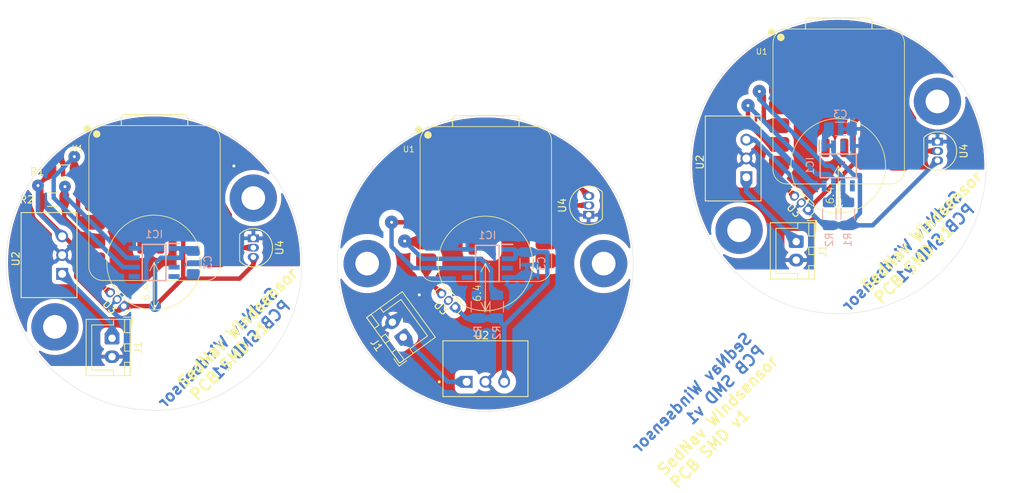
<source format=kicad_pcb>
(kicad_pcb (version 20241229) (generator "pcbnew") (generator_version "9.0")
  (layers (0 "F.Cu" signal) (2 "B.Cu" signal) (13 "F.Paste" user) (15 "B.Paste" user) (5 "F.SilkS" user "F.Silkscreen") (7 "B.SilkS" user "B.Silkscreen") (1 "F.Mask" user) (3 "B.Mask" user) (25 "Edge.Cuts" user))
  (net 0 "")
  (net 1 "+3.3V")
  (net 3 "GND")
  (net 11 "Net-(IC1-SDA)")
  (net 12 "Net-(IC1-SCL)")
  (net 13 "Net-(U1-GPIO18{slash}D10{slash}MOSI)")
  (net 15 "VCC")
  (net 16 "Net-(U1-GPIO16{slash}D6{slash}TX)")
  (footprint "Custom:SS411P" (layer "F.Cu") (at 127.71222 62.00278 135)
    (property "Reference" "U3" (at 0 -1.45 135) (layer "F.SilkS"))
    (property "Value" "SS411P" (hide yes))
    (pad "1" thru_hole roundrect (at -1.270001 0 135) (size 1.05 1.3) (drill 0.75) (layers "*.Cu" "*.Mask") (roundrect_rratio 0.238) (net 1 "+3.3V"))
    (pad "2" thru_hole oval (at 0 0 135) (size 1.05 1.3) (drill 0.75) (layers "*.Cu" "*.Mask") (net 3 "GND"))
    (pad "3" thru_hole oval (at 1.270001 0 135) (size 1.05 1.3) (drill 0.75) (layers "*.Cu" "*.Mask") (net 16 "Net-(U1-GPIO16{slash}D6{slash}TX)"))
  )
  (footprint "Custom:SS411P" (layer "F.Cu") (at 220.28622 48.92878 135)
    (property "Reference" "U3" (at 0 -1.45 135) (layer "F.SilkS"))
    (property "Value" "SS411P" (hide yes))
    (pad "1" thru_hole roundrect (at -1.270001 0 135) (size 1.05 1.3) (drill 0.75) (layers "*.Cu" "*.Mask") (roundrect_rratio 0.238) (net 1 "+3.3V"))
    (pad "2" thru_hole oval (at 0 0 135) (size 1.05 1.3) (drill 0.75) (layers "*.Cu" "*.Mask") (net 3 "GND"))
    (pad "3" thru_hole oval (at 1.270001 0 135) (size 1.05 1.3) (drill 0.75) (layers "*.Cu" "*.Mask") (net 16 "Net-(U1-GPIO16{slash}D6{slash}TX)"))
  )
  (footprint "MountingHole:MountingHole_3.2mm_M3_Pad_TopBottom" (layer "F.Cu") (at 211.870271 52.640225)
    (property "Reference" "REF**" (hide yes))
    (property "Value" "MountingHole_3.2mm_M3_Pad_TopBottom" (hide yes))
    (pad "1" thru_hole circle (at 0 0) (size 3.6 3.6) (drill 3.2) (layers "*.Cu" "*.Mask"))
    (pad "1" connect circle (at 0 0) (size 6.4 6.4) (layers "F.Cu" "F.Mask"))
    (pad "1" connect circle (at 0 0) (size 6.4 6.4) (layers "B.Cu" "B.Mask"))
  )
  (footprint "Connector_JST:JST_XH_B2B-XH-A_1x02_P2.50mm_Vertical" (layer "F.Cu") (at 219.599 54.176 -90)
    (property "Reference" "J1" (at 1.25 -3.549999 90) (layer "F.SilkS"))
    (property "Value" "Conn_01x02_Pin" (hide yes))
    (pad "1" thru_hole roundrect (at 0 0 270) (size 1.7 2) (drill 1) (layers "*.Cu" "*.Mask") (roundrect_rratio 0.147059) (net 15 "VCC"))
    (pad "2" thru_hole oval (at 2.5 -0.000001 270) (size 1.7 2) (drill 1) (layers "*.Cu" "*.Mask") (net 3 "GND"))
  )
  (footprint "Package_TO_SOT_THT:TO-92_Inline" (layer "F.Cu") (at 146.14 53.73 -90)
    (property "Reference" "U4" (at 1.27 -3.56 90) (layer "F.SilkS"))
    (property "Value" "DS18B20" (hide yes))
    (pad "1" thru_hole rect (at 0 0 270) (size 1.05 1.5) (drill 0.75) (layers "*.Cu" "*.Mask") (net 3 "GND"))
    (pad "2" thru_hole oval (at 1.27 0 270) (size 1.05 1.5) (drill 0.75) (layers "*.Cu" "*.Mask") (net 13 "Net-(U1-GPIO18{slash}D10{slash}MOSI)"))
    (pad "3" thru_hole oval (at 2.54 0 270) (size 1.05 1.5) (drill 0.75) (layers "*.Cu" "*.Mask") (net 1 "+3.3V"))
  )
  (footprint "Custom:SS411P" (layer "F.Cu") (at 172.53422 62.13678 135)
    (property "Reference" "U3" (at 0 -1.45 135) (layer "F.SilkS"))
    (property "Value" "SS411P" (hide yes))
    (pad "1" thru_hole roundrect (at -1.270001 0 135) (size 1.05 1.3) (drill 0.75) (layers "*.Cu" "*.Mask") (roundrect_rratio 0.238) (net 1 "+3.3V"))
    (pad "2" thru_hole oval (at 0 0 135) (size 1.05 1.3) (drill 0.75) (layers "*.Cu" "*.Mask") (net 3 "GND"))
    (pad "3" thru_hole oval (at 1.270001 0 135) (size 1.05 1.3) (drill 0.75) (layers "*.Cu" "*.Mask") (net 16 "Net-(U1-GPIO16{slash}D6{slash}TX)"))
  )
  (footprint "Connector_JST:JST_XH_B2B-XH-A_1x02_P2.50mm_Vertical" (layer "F.Cu") (at 166.425999 67.105858 126)
    (property "Reference" "J1" (at 1.25 -3.55 126) (layer "F.SilkS"))
    (property "Value" "Conn_01x02_Pin" (hide yes))
    (pad "1" thru_hole roundrect (at 0 0 126) (size 1.7 2) (drill 1) (layers "*.Cu" "*.Mask") (roundrect_rratio 0.147059) (net 15 "VCC"))
    (pad "2" thru_hole oval (at 2.499999 -0.000002 126) (size 1.7 2) (drill 1) (layers "*.Cu" "*.Mask") (net 3 "GND"))
  )
  (footprint "Seeed Studio XIAO Series Library:XIAO-ESP32C6-SMD" (layer "F.Cu") (at 177.822 49.134)
    (property "Reference" "U1" (at -11.5 -7 0) (layer "F.SilkS") (effects (font (size 0.78232 0.78232) (thickness 0.10668)) (justify left bottom)))
    (property "Value" "XIAO-ESP32-C3/C6/S3")
    (pad "" smd roundrect (at -4.39 -2.247 180) (size 2.5 1.1) (layers "F.Cu" "F.Mask" "F.Paste"))
    (pad "" smd roundrect (at -4.39 -0.342 180) (size 2.5 1.1) (layers "F.Cu" "F.Mask" "F.Paste"))
    (pad "1" smd roundrect (at -8.2816 -7.5985) (size 2.75 2) (layers "F.Cu" "F.Mask" "F.Paste"))
    (pad "2" smd roundrect (at -8.2816 -5.0585) (size 2.75 2) (layers "F.Cu" "F.Mask" "F.Paste"))
    (pad "3" smd roundrect (at -8.2816 -2.5185) (size 2.75 2) (layers "F.Cu" "F.Mask" "F.Paste"))
    (pad "4" smd roundrect (at -8.2816 0.021499) (size 2.75 2) (layers "F.Cu" "F.Mask" "F.Paste"))
    (pad "5" smd roundrect (at -8.2816 2.561501) (size 2.75 2) (layers "F.Cu" "F.Mask" "F.Paste") (net 11 "Net-(IC1-SDA)"))
    (pad "6" smd roundrect (at -8.2816 5.101501) (size 2.75 2) (layers "F.Cu" "F.Mask" "F.Paste") (net 12 "Net-(IC1-SCL)"))
    (pad "7" smd roundrect (at -8.2816 7.641501) (size 2.75 2) (layers "F.Cu" "F.Mask" "F.Paste") (net 16 "Net-(U1-GPIO16{slash}D6{slash}TX)"))
    (pad "8" smd roundrect (at 7.8834 7.641501) (size 2.75 2) (layers "F.Cu" "F.Mask" "F.Paste"))
    (pad "9" smd roundrect (at 7.8834 5.101501) (size 2.75 2) (layers "F.Cu" "F.Mask" "F.Paste"))
    (pad "10" smd roundrect (at 7.8834 2.5615) (size 2.75 2) (layers "F.Cu" "F.Mask" "F.Paste"))
    (pad "11" smd roundrect (at 7.8834 0.021499) (size 2.75 2) (layers "F.Cu" "F.Mask" "F.Paste") (net 13 "Net-(U1-GPIO18{slash}D10{slash}MOSI)"))
    (pad "12" smd roundrect (at 7.8834 -2.5185) (size 2.75 2) (layers "F.Cu" "F.Mask" "F.Paste") (net 1 "+3.3V"))
    (pad "13" smd roundrect (at 7.8834 -5.0585) (size 2.75 2) (layers "F.Cu" "F.Mask" "F.Paste") (net 3 "GND"))
    (pad "14" smd roundrect (at 7.8834 -7.5985) (size 2.75 2) (layers "F.Cu" "F.Mask" "F.Paste"))
    (pad "15" smd roundrect (at -2.008 5.5532 270) (size 2.5 1.1) (layers "F.Cu" "F.Mask" "F.Paste"))
    (pad "16" smd roundrect (at 0.532 5.5532 270) (size 2.5 1.1) (layers "F.Cu" "F.Mask" "F.Paste"))
    (pad "17" smd circle (at -1.5 -8.620001) (size 1.7 1.7) (layers "F.Cu" "F.Mask" "F.Paste"))
    (pad "18" smd circle (at 1.04 -8.62) (size 1.7 1.7) (layers "F.Cu" "F.Mask" "F.Paste"))
    (pad "19" smd circle (at -1.5 -6.079999) (size 1.7 1.7) (layers "F.Cu" "F.Mask" "F.Paste"))
    (pad "20" smd circle (at 1.04 -6.079999) (size 1.7 1.7) (layers "F.Cu" "F.Mask" "F.Paste"))
    (pad "21" smd circle (at -1.5 -3.54) (size 1.7 1.7) (layers "F.Cu" "F.Mask" "F.Paste"))
    (pad "22" smd circle (at 1.04 -3.54) (size 1.7 1.7) (layers "F.Cu" "F.Mask" "F.Paste"))
    (pad "23" smd circle (at -1.5 -1) (size 1.7 1.7) (layers "F.Cu" "F.Mask" "F.Paste"))
    (pad "24" smd circle (at 0.9474 -1.0568) (size 1.7 1.7) (layers "F.Cu" "F.Mask" "F.Paste"))
  )
  (footprint "MountingHole:MountingHole_3.2mm_M3_Pad_TopBottom" (layer "F.Cu") (at 193.548 57.15 180)
    (property "Reference" "REF**" (hide yes))
    (property "Value" "MountingHole_3.2mm_M3_Pad_TopBottom" (hide yes))
    (pad "1" thru_hole circle (at 0 0 180) (size 3.6 3.6) (drill 3.2) (layers "*.Cu" "*.Mask"))
    (pad "1" connect circle (at 0 0 180) (size 6.4 6.4) (layers "F.Cu" "F.Mask"))
    (pad "1" connect circle (at 0 0 180) (size 6.4 6.4) (layers "B.Cu" "B.Mask"))
  )
  (footprint "Package_TO_SOT_THT:TO-92_Inline" (layer "F.Cu") (at 191.516 50.546 90)
    (property "Reference" "U4" (at 1.27 -3.56 90) (layer "F.SilkS"))
    (property "Value" "DS18B20" (hide yes))
    (pad "1" thru_hole rect (at 0 0 90) (size 1.05 1.5) (drill 0.75) (layers "*.Cu" "*.Mask") (net 3 "GND"))
    (pad "2" thru_hole oval (at 1.27 0 90) (size 1.05 1.5) (drill 0.75) (layers "*.Cu" "*.Mask") (net 13 "Net-(U1-GPIO18{slash}D10{slash}MOSI)"))
    (pad "3" thru_hole oval (at 2.54 0 90) (size 1.05 1.5) (drill 0.75) (layers "*.Cu" "*.Mask") (net 1 "+3.3V"))
  )
  (footprint "MountingHole:MountingHole_3.2mm_M3_Pad_TopBottom" (layer "F.Cu") (at 161.544 57.15 180)
    (property "Reference" "REF**" (hide yes))
    (property "Value" "MountingHole_3.2mm_M3_Pad_TopBottom" (hide yes))
    (pad "1" thru_hole circle (at 0 0 180) (size 3.6 3.6) (drill 3.2) (layers "*.Cu" "*.Mask"))
    (pad "1" connect circle (at 0 0 180) (size 6.4 6.4) (layers "F.Cu" "F.Mask"))
    (pad "1" connect circle (at 0 0 180) (size 6.4 6.4) (layers "B.Cu" "B.Mask"))
  )
  (footprint "Resistor_SMD:R_1206_3216Metric_Pad1.30x1.75mm_HandSolder" (layer "F.Cu") (at 120.396 44.704 180)
    (property "Reference" "R1" (at 3.5 0 0) (layer "F.SilkS"))
    (property "Value" "5k")
    (pad "1" smd roundrect (at -1.55 0 180) (size 1.3 1.75) (layers "F.Cu" "F.Mask" "F.Paste") (roundrect_rratio 0.192308) (net 11 "Net-(IC1-SDA)"))
    (pad "2" smd roundrect (at 1.55 0 180) (size 1.3 1.75) (layers "F.Cu" "F.Mask" "F.Paste") (roundrect_rratio 0.192308) (net 1 "+3.3V"))
  )
  (footprint "Package_TO_SOT_THT:TO-92_Inline" (layer "F.Cu") (at 238.714 40.656 -90)
    (property "Reference" "U4" (at 1.27 -3.56 90) (layer "F.SilkS"))
    (property "Value" "DS18B20" (hide yes))
    (pad "1" thru_hole rect (at 0 0 270) (size 1.05 1.5) (drill 0.75) (layers "*.Cu" "*.Mask") (net 3 "GND"))
    (pad "2" thru_hole oval (at 1.27 0 270) (size 1.05 1.5) (drill 0.75) (layers "*.Cu" "*.Mask") (net 13 "Net-(U1-GPIO18{slash}D10{slash}MOSI)"))
    (pad "3" thru_hole oval (at 2.54 0 270) (size 1.05 1.5) (drill 0.75) (layers "*.Cu" "*.Mask") (net 1 "+3.3V"))
  )
  (footprint "Seeed Studio XIAO Series Library:XIAO-ESP32C6-SMD" (layer "F.Cu") (at 133 49)
    (property "Reference" "U1" (at -11.5 -7 0) (layer "F.SilkS") (effects (font (size 0.78232 0.78232) (thickness 0.10668)) (justify left bottom)))
    (property "Value" "XIAO-ESP32-C3/C6/S3")
    (pad "" smd roundrect (at -4.39 -2.247 180) (size 2.5 1.1) (layers "F.Cu" "F.Mask" "F.Paste"))
    (pad "" smd roundrect (at -4.39 -0.342 180) (size 2.5 1.1) (layers "F.Cu" "F.Mask" "F.Paste"))
    (pad "1" smd roundrect (at -8.2816 -7.5985) (size 2.75 2) (layers "F.Cu" "F.Mask" "F.Paste"))
    (pad "2" smd roundrect (at -8.2816 -5.0585) (size 2.75 2) (layers "F.Cu" "F.Mask" "F.Paste"))
    (pad "3" smd roundrect (at -8.2816 -2.5185) (size 2.75 2) (layers "F.Cu" "F.Mask" "F.Paste"))
    (pad "4" smd roundrect (at -8.2816 0.021499) (size 2.75 2) (layers "F.Cu" "F.Mask" "F.Paste"))
    (pad "5" smd roundrect (at -8.2816 2.561501) (size 2.75 2) (layers "F.Cu" "F.Mask" "F.Paste") (net 11 "Net-(IC1-SDA)"))
    (pad "6" smd roundrect (at -8.2816 5.101501) (size 2.75 2) (layers "F.Cu" "F.Mask" "F.Paste") (net 12 "Net-(IC1-SCL)"))
    (pad "7" smd roundrect (at -8.2816 7.641501) (size 2.75 2) (layers "F.Cu" "F.Mask" "F.Paste") (net 16 "Net-(U1-GPIO16{slash}D6{slash}TX)"))
    (pad "8" smd roundrect (at 7.8834 7.641501) (size 2.75 2) (layers "F.Cu" "F.Mask" "F.Paste"))
    (pad "9" smd roundrect (at 7.8834 5.101501) (size 2.75 2) (layers "F.Cu" "F.Mask" "F.Paste"))
    (pad "10" smd roundrect (at 7.8834 2.5615) (size 2.75 2) (layers "F.Cu" "F.Mask" "F.Paste"))
    (pad "11" smd roundrect (at 7.8834 0.021499) (size 2.75 2) (layers "F.Cu" "F.Mask" "F.Paste") (net 13 "Net-(U1-GPIO18{slash}D10{slash}MOSI)"))
    (pad "12" smd roundrect (at 7.8834 -2.5185) (size 2.75 2) (layers "F.Cu" "F.Mask" "F.Paste") (net 1 "+3.3V"))
    (pad "13" smd roundrect (at 7.8834 -5.0585) (size 2.75 2) (layers "F.Cu" "F.Mask" "F.Paste") (net 3 "GND"))
    (pad "14" smd roundrect (at 7.8834 -7.5985) (size 2.75 2) (layers "F.Cu" "F.Mask" "F.Paste"))
    (pad "15" smd roundrect (at -2.008 5.5532 270) (size 2.5 1.1) (layers "F.Cu" "F.Mask" "F.Paste"))
    (pad "16" smd roundrect (at 0.532 5.5532 270) (size 2.5 1.1) (layers "F.Cu" "F.Mask" "F.Paste"))
    (pad "17" smd circle (at -1.5 -8.620001) (size 1.7 1.7) (layers "F.Cu" "F.Mask" "F.Paste"))
    (pad "18" smd circle (at 1.04 -8.62) (size 1.7 1.7) (layers "F.Cu" "F.Mask" "F.Paste"))
    (pad "19" smd circle (at -1.5 -6.079999) (size 1.7 1.7) (layers "F.Cu" "F.Mask" "F.Paste"))
    (pad "20" smd circle (at 1.04 -6.079999) (size 1.7 1.7) (layers "F.Cu" "F.Mask" "F.Paste"))
    (pad "21" smd circle (at -1.5 -3.54) (size 1.7 1.7) (layers "F.Cu" "F.Mask" "F.Paste"))
    (pad "22" smd circle (at 1.04 -3.54) (size 1.7 1.7) (layers "F.Cu" "F.Mask" "F.Paste"))
    (pad "23" smd circle (at -1.5 -1) (size 1.7 1.7) (layers "F.Cu" "F.Mask" "F.Paste"))
    (pad "24" smd circle (at 0.9474 -1.0568) (size 1.7 1.7) (layers "F.Cu" "F.Mask" "F.Paste"))
  )
  (footprint "MountingHole:MountingHole_3.2mm_M3_Pad_TopBottom" (layer "F.Cu") (at 119.296271 65.714225)
    (property "Reference" "REF**" (hide yes))
    (property "Value" "MountingHole_3.2mm_M3_Pad_TopBottom" (hide yes))
    (pad "1" thru_hole circle (at 0 0) (size 3.6 3.6) (drill 3.2) (layers "*.Cu" "*.Mask"))
    (pad "1" connect circle (at 0 0) (size 6.4 6.4) (layers "F.Cu" "F.Mask"))
    (pad "1" connect circle (at 0 0) (size 6.4 6.4) (layers "B.Cu" "B.Mask"))
  )
  (footprint "Custom:CONV_R-78K3.3-0.5" (layer "F.Cu") (at 177.546 71.374)
    (property "Reference" "U2" (at -0.5 -4.5 0) (layer "F.SilkS"))
    (property "Value" "StpDwnE3.3-0.5" (hide yes))
    (pad "1" thru_hole rect (at -2.54 1.775) (size 1.605 1.605) (drill 1.07) (layers "*.Cu" "*.Mask") (net 15 "VCC"))
    (pad "2" thru_hole circle (at 0 1.775) (size 1.605 1.605) (drill 1.07) (layers "*.Cu" "*.Mask") (net 3 "GND"))
    (pad "3" thru_hole circle (at 2.54 1.775) (size 1.605 1.605) (drill 1.07) (layers "*.Cu" "*.Mask") (net 1 "+3.3V"))
  )
  (footprint "Custom:CONV_R-78K3.3-0.5" (layer "F.Cu") (at 211.074 42.926 90)
    (property "Reference" "U2" (at -0.5 -4.5 90) (layer "F.SilkS"))
    (property "Value" "StpDwnE3.3-0.5" (hide yes))
    (pad "1" thru_hole rect (at -2.54 1.775 90) (size 1.605 1.605) (drill 1.07) (layers "*.Cu" "*.Mask") (net 15 "VCC"))
    (pad "2" thru_hole circle (at 0 1.775 90) (size 1.605 1.605) (drill 1.07) (layers "*.Cu" "*.Mask") (net 3 "GND"))
    (pad "3" thru_hole circle (at 2.54 1.775 90) (size 1.605 1.605) (drill 1.07) (layers "*.Cu" "*.Mask") (net 1 "+3.3V"))
  )
  (footprint "Custom:CONV_R-78K3.3-0.5" (layer "F.Cu") (at 118.5 56 90)
    (property "Reference" "U2" (at -0.5 -4.5 90) (layer "F.SilkS"))
    (property "Value" "StpDwnE3.3-0.5" (hide yes))
    (pad "1" thru_hole rect (at -2.54 1.775 90) (size 1.605 1.605) (drill 1.07) (layers "*.Cu" "*.Mask") (net 15 "VCC"))
    (pad "2" thru_hole circle (at 0 1.775 90) (size 1.605 1.605) (drill 1.07) (layers "*.Cu" "*.Mask") (net 3 "GND"))
    (pad "3" thru_hole circle (at 2.54 1.775 90) (size 1.605 1.605) (drill 1.07) (layers "*.Cu" "*.Mask") (net 1 "+3.3V"))
  )
  (footprint "Connector_JST:JST_XH_B2B-XH-A_1x02_P2.50mm_Vertical" (layer "F.Cu") (at 127.025 67.25 -90)
    (property "Reference" "J1" (at 1.25 -3.549999 90) (layer "F.SilkS"))
    (property "Value" "Conn_01x02_Pin" (hide yes))
    (pad "1" thru_hole roundrect (at 0 0 270) (size 1.7 2) (drill 1) (layers "*.Cu" "*.Mask") (roundrect_rratio 0.147059) (net 15 "VCC"))
    (pad "2" thru_hole oval (at 2.5 -0.000001 270) (size 1.7 2) (drill 1) (layers "*.Cu" "*.Mask") (net 3 "GND"))
  )
  (footprint "MountingHole:MountingHole_3.2mm_M3_Pad_TopBottom" (layer "F.Cu") (at 146.133729 48.285775)
    (property "Reference" "REF**" (hide yes))
    (property "Value" "MountingHole_3.2mm_M3_Pad_TopBottom" (hide yes))
    (pad "1" thru_hole circle (at 0 0) (size 3.6 3.6) (drill 3.2) (layers "*.Cu" "*.Mask"))
    (pad "1" connect circle (at 0 0) (size 6.4 6.4) (layers "F.Cu" "F.Mask"))
    (pad "1" connect circle (at 0 0) (size 6.4 6.4) (layers "B.Cu" "B.Mask"))
  )
  (footprint "Seeed Studio XIAO Series Library:XIAO-ESP32C6-SMD" (layer "F.Cu") (at 225.574 35.926)
    (property "Reference" "U1" (at -11.5 -7 0) (layer "F.SilkS") (effects (font (size 0.78232 0.78232) (thickness 0.10668)) (justify left bottom)))
    (property "Value" "XIAO-ESP32-C3/C6/S3")
    (pad "" smd roundrect (at -4.39 -2.247 180) (size 2.5 1.1) (layers "F.Cu" "F.Mask" "F.Paste"))
    (pad "" smd roundrect (at -4.39 -0.342 180) (size 2.5 1.1) (layers "F.Cu" "F.Mask" "F.Paste"))
    (pad "1" smd roundrect (at -8.2816 -7.5985) (size 2.75 2) (layers "F.Cu" "F.Mask" "F.Paste"))
    (pad "2" smd roundrect (at -8.2816 -5.0585) (size 2.75 2) (layers "F.Cu" "F.Mask" "F.Paste"))
    (pad "3" smd roundrect (at -8.2816 -2.5185) (size 2.75 2) (layers "F.Cu" "F.Mask" "F.Paste"))
    (pad "4" smd roundrect (at -8.2816 0.021499) (size 2.75 2) (layers "F.Cu" "F.Mask" "F.Paste"))
    (pad "5" smd roundrect (at -8.2816 2.561501) (size 2.75 2) (layers "F.Cu" "F.Mask" "F.Paste") (net 11 "Net-(IC1-SDA)"))
    (pad "6" smd roundrect (at -8.2816 5.101501) (size 2.75 2) (layers "F.Cu" "F.Mask" "F.Paste") (net 12 "Net-(IC1-SCL)"))
    (pad "7" smd roundrect (at -8.2816 7.641501) (size 2.75 2) (layers "F.Cu" "F.Mask" "F.Paste") (net 16 "Net-(U1-GPIO16{slash}D6{slash}TX)"))
    (pad "8" smd roundrect (at 7.8834 7.641501) (size 2.75 2) (layers "F.Cu" "F.Mask" "F.Paste"))
    (pad "9" smd roundrect (at 7.8834 5.101501) (size 2.75 2) (layers "F.Cu" "F.Mask" "F.Paste"))
    (pad "10" smd roundrect (at 7.8834 2.5615) (size 2.75 2) (layers "F.Cu" "F.Mask" "F.Paste"))
    (pad "11" smd roundrect (at 7.8834 0.021499) (size 2.75 2) (layers "F.Cu" "F.Mask" "F.Paste") (net 13 "Net-(U1-GPIO18{slash}D10{slash}MOSI)"))
    (pad "12" smd roundrect (at 7.8834 -2.5185) (size 2.75 2) (layers "F.Cu" "F.Mask" "F.Paste") (net 1 "+3.3V"))
    (pad "13" smd roundrect (at 7.8834 -5.0585) (size 2.75 2) (layers "F.Cu" "F.Mask" "F.Paste") (net 3 "GND"))
    (pad "14" smd roundrect (at 7.8834 -7.5985) (size 2.75 2) (layers "F.Cu" "F.Mask" "F.Paste"))
    (pad "15" smd roundrect (at -2.008 5.5532 270) (size 2.5 1.1) (layers "F.Cu" "F.Mask" "F.Paste"))
    (pad "16" smd roundrect (at 0.532 5.5532 270) (size 2.5 1.1) (layers "F.Cu" "F.Mask" "F.Paste"))
    (pad "17" smd circle (at -1.5 -8.620001) (size 1.7 1.7) (layers "F.Cu" "F.Mask" "F.Paste"))
    (pad "18" smd circle (at 1.04 -8.62) (size 1.7 1.7) (layers "F.Cu" "F.Mask" "F.Paste"))
    (pad "19" smd circle (at -1.5 -6.079999) (size 1.7 1.7) (layers "F.Cu" "F.Mask" "F.Paste"))
    (pad "20" smd circle (at 1.04 -6.079999) (size 1.7 1.7) (layers "F.Cu" "F.Mask" "F.Paste"))
    (pad "21" smd circle (at -1.5 -3.54) (size 1.7 1.7) (layers "F.Cu" "F.Mask" "F.Paste"))
    (pad "22" smd circle (at 1.04 -3.54) (size 1.7 1.7) (layers "F.Cu" "F.Mask" "F.Paste"))
    (pad "23" smd circle (at -1.5 -1) (size 1.7 1.7) (layers "F.Cu" "F.Mask" "F.Paste"))
    (pad "24" smd circle (at 0.9474 -1.0568) (size 1.7 1.7) (layers "F.Cu" "F.Mask" "F.Paste"))
  )
  (footprint "Resistor_SMD:R_1206_3216Metric_Pad1.30x1.75mm_HandSolder" (layer "F.Cu") (at 119 48.5 180)
    (property "Reference" "R2" (at 3.5 0 0) (layer "F.SilkS"))
    (property "Value" "5k")
    (pad "1" smd roundrect (at -1.55 0 180) (size 1.3 1.75) (layers "F.Cu" "F.Mask" "F.Paste") (roundrect_rratio 0.192308) (net 12 "Net-(IC1-SCL)"))
    (pad "2" smd roundrect (at 1.55 0 180) (size 1.3 1.75) (layers "F.Cu" "F.Mask" "F.Paste") (roundrect_rratio 0.192308) (net 1 "+3.3V"))
  )
  (footprint "MountingHole:MountingHole_3.2mm_M3_Pad_TopBottom" (layer "F.Cu") (at 238.707729 35.211775)
    (property "Reference" "REF**" (hide yes))
    (property "Value" "MountingHole_3.2mm_M3_Pad_TopBottom" (hide yes))
    (pad "1" thru_hole circle (at 0 0) (size 3.6 3.6) (drill 3.2) (layers "*.Cu" "*.Mask"))
    (pad "1" connect circle (at 0 0) (size 6.4 6.4) (layers "F.Cu" "F.Mask"))
    (pad "1" connect circle (at 0 0) (size 6.4 6.4) (layers "B.Cu" "B.Mask"))
  )
  (footprint "AS5600-ASOT:SOIC127P600X175-8N" (layer "B.Cu") (at 225.289 43.926 -90)
    (property "Reference" "IC1" (at 0 3.81 90) (layer "B.SilkS") (effects (justify mirror)))
    (property "Value" "AS5600-ASOT")
    (pad "1" smd rect (at -2.7 1.905 270) (size 1.5 0.65) (layers "B.Cu" "B.Mask" "B.Paste") (net 1 "+3.3V"))
    (pad "2" smd rect (at -2.7 0.635 270) (size 1.5 0.65) (layers "B.Cu" "B.Mask" "B.Paste") (net 1 "+3.3V"))
    (pad "3" smd rect (at -2.7 -0.635 270) (size 1.5 0.65) (layers "B.Cu" "B.Mask" "B.Paste"))
    (pad "4" smd rect (at -2.7 -1.905 270) (size 1.5 0.65) (layers "B.Cu" "B.Mask" "B.Paste") (net 3 "GND"))
    (pad "5" smd rect (at 2.7 -1.905 270) (size 1.5 0.65) (layers "B.Cu" "B.Mask" "B.Paste"))
    (pad "6" smd rect (at 2.7 -0.635 270) (size 1.5 0.65) (layers "B.Cu" "B.Mask" "B.Paste") (net 11 "Net-(IC1-SDA)"))
    (pad "7" smd rect (at 2.7 0.635 270) (size 1.5 0.65) (layers "B.Cu" "B.Mask" "B.Paste") (net 12 "Net-(IC1-SCL)"))
    (pad "8" smd rect (at 2.7 1.905 270) (size 1.5 0.65) (layers "B.Cu" "B.Mask" "B.Paste") (net 3 "GND"))
  )
  (footprint "Resistor_SMD:R_1206_3216Metric_Pad1.30x1.75mm_HandSolder" (layer "B.Cu") (at 179.07 62.992 -90)
    (property "Reference" "R2" (at 3.5 0 90) (layer "B.SilkS") (effects (justify mirror)))
    (property "Value" "5k")
    (pad "1" smd roundrect (at -1.55 0 270) (size 1.3 1.75) (layers "B.Cu" "B.Mask" "B.Paste") (roundrect_rratio 0.192308) (net 12 "Net-(IC1-SCL)"))
    (pad "2" smd roundrect (at 1.55 0 270) (size 1.3 1.75) (layers "B.Cu" "B.Mask" "B.Paste") (roundrect_rratio 0.192308) (net 1 "+3.3V"))
  )
  (footprint "Capacitor_SMD:C_1206_3216Metric_Pad1.33x1.80mm_HandSolder" (layer "B.Cu") (at 225.574 38.926)
    (property "Reference" "C3" (at 0 -2 0) (layer "B.SilkS") (effects (justify mirror)))
    (property "Value" "100nF")
    (pad "1" smd roundrect (at -1.5625 0) (size 1.325 1.8) (layers "B.Cu" "B.Mask" "B.Paste") (roundrect_rratio 0.188679) (net 1 "+3.3V"))
    (pad "2" smd roundrect (at 1.5625 0) (size 1.325 1.8) (layers "B.Cu" "B.Mask" "B.Paste") (roundrect_rratio 0.188679) (net 3 "GND"))
  )
  (footprint "AS5600-ASOT:SOIC127P600X175-8N" (layer "B.Cu") (at 132.715 57 180)
    (property "Reference" "IC1" (at 0 3.81 0) (layer "B.SilkS") (effects (justify mirror)))
    (property "Value" "AS5600-ASOT")
    (pad "1" smd rect (at -2.7 1.905 180) (size 1.5 0.65) (layers "B.Cu" "B.Mask" "B.Paste") (net 1 "+3.3V"))
    (pad "2" smd rect (at -2.7 0.635 180) (size 1.5 0.65) (layers "B.Cu" "B.Mask" "B.Paste") (net 1 "+3.3V"))
    (pad "3" smd rect (at -2.7 -0.635 180) (size 1.5 0.65) (layers "B.Cu" "B.Mask" "B.Paste"))
    (pad "4" smd rect (at -2.7 -1.905 180) (size 1.5 0.65) (layers "B.Cu" "B.Mask" "B.Paste") (net 3 "GND"))
    (pad "5" smd rect (at 2.7 -1.905 180) (size 1.5 0.65) (layers "B.Cu" "B.Mask" "B.Paste"))
    (pad "6" smd rect (at 2.7 -0.635 180) (size 1.5 0.65) (layers "B.Cu" "B.Mask" "B.Paste") (net 11 "Net-(IC1-SDA)"))
    (pad "7" smd rect (at 2.7 0.635 180) (size 1.5 0.65) (layers "B.Cu" "B.Mask" "B.Paste") (net 12 "Net-(IC1-SCL)"))
    (pad "8" smd rect (at 2.7 1.905 180) (size 1.5 0.65) (layers "B.Cu" "B.Mask" "B.Paste") (net 3 "GND"))
  )
  (footprint "Resistor_SMD:R_1206_3216Metric_Pad1.30x1.75mm_HandSolder" (layer "B.Cu") (at 224.074 50.426 -90)
    (property "Reference" "R2" (at 3.5 0 90) (layer "B.SilkS") (effects (justify mirror)))
    (property "Value" "5k")
    (pad "1" smd roundrect (at -1.55 0 270) (size 1.3 1.75) (layers "B.Cu" "B.Mask" "B.Paste") (roundrect_rratio 0.192308) (net 12 "Net-(IC1-SCL)"))
    (pad "2" smd roundrect (at 1.55 0 270) (size 1.3 1.75) (layers "B.Cu" "B.Mask" "B.Paste") (roundrect_rratio 0.192308) (net 1 "+3.3V"))
  )
  (footprint "Capacitor_SMD:C_1206_3216Metric_Pad1.33x1.80mm_HandSolder" (layer "B.Cu") (at 138 57 -90)
    (property "Reference" "C3" (at 0 -2 90) (layer "B.SilkS") (effects (justify mirror)))
    (property "Value" "100nF")
    (pad "1" smd roundrect (at -1.5625 0 270) (size 1.325 1.8) (layers "B.Cu" "B.Mask" "B.Paste") (roundrect_rratio 0.188679) (net 1 "+3.3V"))
    (pad "2" smd roundrect (at 1.5625 0 270) (size 1.325 1.8) (layers "B.Cu" "B.Mask" "B.Paste") (roundrect_rratio 0.188679) (net 3 "GND"))
  )
  (footprint "Resistor_SMD:R_1206_3216Metric_Pad1.30x1.75mm_HandSolder" (layer "B.Cu") (at 176.53 62.992 -90)
    (property "Reference" "R1" (at 3.5 0 90) (layer "B.SilkS") (effects (justify mirror)))
    (property "Value" "5k")
    (pad "1" smd roundrect (at -1.55 0 270) (size 1.3 1.75) (layers "B.Cu" "B.Mask" "B.Paste") (roundrect_rratio 0.192308) (net 11 "Net-(IC1-SDA)"))
    (pad "2" smd roundrect (at 1.55 0 270) (size 1.3 1.75) (layers "B.Cu" "B.Mask" "B.Paste") (roundrect_rratio 0.192308) (net 1 "+3.3V"))
  )
  (footprint "Resistor_SMD:R_1206_3216Metric_Pad1.30x1.75mm_HandSolder" (layer "B.Cu") (at 226.574 50.426 -90)
    (property "Reference" "R1" (at 3.5 0 90) (layer "B.SilkS") (effects (justify mirror)))
    (property "Value" "5k")
    (pad "1" smd roundrect (at -1.55 0 270) (size 1.3 1.75) (layers "B.Cu" "B.Mask" "B.Paste") (roundrect_rratio 0.192308) (net 11 "Net-(IC1-SDA)"))
    (pad "2" smd roundrect (at 1.55 0 270) (size 1.3 1.75) (layers "B.Cu" "B.Mask" "B.Paste") (roundrect_rratio 0.192308) (net 1 "+3.3V"))
  )
  (footprint "Capacitor_SMD:C_1206_3216Metric_Pad1.33x1.80mm_HandSolder" (layer "B.Cu") (at 183.134 57.15 -90)
    (property "Reference" "C3" (at 0 -2 90) (layer "B.SilkS") (effects (justify mirror)))
    (property "Value" "100nF")
    (pad "1" smd roundrect (at -1.5625 0 270) (size 1.325 1.8) (layers "B.Cu" "B.Mask" "B.Paste") (roundrect_rratio 0.188679) (net 1 "+3.3V"))
    (pad "2" smd roundrect (at 1.5625 0 270) (size 1.325 1.8) (layers "B.Cu" "B.Mask" "B.Paste") (roundrect_rratio 0.188679) (net 3 "GND"))
  )
  (footprint "AS5600-ASOT:SOIC127P600X175-8N" (layer "B.Cu") (at 177.8 57.134 180)
    (property "Reference" "IC1" (at 0 3.81 0) (layer "B.SilkS") (effects (justify mirror)))
    (property "Value" "AS5600-ASOT")
    (pad "1" smd rect (at -2.7 1.905 180) (size 1.5 0.65) (layers "B.Cu" "B.Mask" "B.Paste") (net 1 "+3.3V"))
    (pad "2" smd rect (at -2.7 0.635 180) (size 1.5 0.65) (layers "B.Cu" "B.Mask" "B.Paste") (net 1 "+3.3V"))
    (pad "3" smd rect (at -2.7 -0.635 180) (size 1.5 0.65) (layers "B.Cu" "B.Mask" "B.Paste"))
    (pad "4" smd rect (at -2.7 -1.905 180) (size 1.5 0.65) (layers "B.Cu" "B.Mask" "B.Paste") (net 3 "GND"))
    (pad "5" smd rect (at 2.7 -1.905 180) (size 1.5 0.65) (layers "B.Cu" "B.Mask" "B.Paste"))
    (pad "6" smd rect (at 2.7 -0.635 180) (size 1.5 0.65) (layers "B.Cu" "B.Mask" "B.Paste") (net 11 "Net-(IC1-SDA)"))
    (pad "7" smd rect (at 2.7 0.635 180) (size 1.5 0.65) (layers "B.Cu" "B.Mask" "B.Paste") (net 12 "Net-(IC1-SCL)"))
    (pad "8" smd rect (at 2.7 1.905 180) (size 1.5 0.65) (layers "B.Cu" "B.Mask" "B.Paste") (net 3 "GND"))
  )
  (gr_circle (center 132.715 57) (end 139.115 57) (stroke (width 0.1)) (fill no) (layer "F.SilkS"))
  (gr_circle (center 225.289 43.926) (end 231.689 43.926) (stroke (width 0.1)) (fill no) (layer "F.SilkS"))
  (gr_circle (center 177.537 57.134) (end 183.937 57.134) (stroke (width 0.1)) (fill no) (layer "F.SilkS"))
  (gr_circle (center 132.715 57) (end 152.715 57) (stroke (width 0.05)) (fill no) (layer "Edge.Cuts"))
  (gr_circle (center 225.289 43.926) (end 245.289 43.926) (stroke (width 0.05)) (fill no) (layer "Edge.Cuts"))
  (gr_circle (center 177.537 57.134) (end 197.537 57.134) (stroke (width 0.05)) (fill no) (layer "Edge.Cuts"))
  (gr_text "SedNav Windsensor\nPCB SMD v1" (at 215.646 69.088 45) (layer "B.Cu") (effects (font (size 1.5 1.5) (thickness 0.3) (bold yes)) (justify left bottom mirror)))
  (gr_text "SedNav Windsensor\nPCB SMD v1" (at 151.5 63 45) (layer "B.Cu") (effects (font (size 1.5 1.5) (thickness 0.3) (bold yes)) (justify left bottom mirror)))
  (gr_text "SedNav Windsensor\nPCB SMD v1" (at 244.074 49.926 45) (layer "B.Cu") (effects (font (size 1.5 1.5) (thickness 0.3) (bold yes)) (justify left bottom mirror)))
  (gr_text "SedNav Windsensor\nPCB SMD v1" (at 203.454 87.884 45) (layer "F.SilkS") (effects (font (size 1.5 1.5) (thickness 0.3) (bold yes)) (justify left bottom)))
  (gr_text "SedNav Windsensor\nPCB SMD v1" (at 138.5 76 45) (layer "F.SilkS") (effects (font (size 1.5 1.5) (thickness 0.3) (bold yes)) (justify left bottom)))
  (gr_text "SedNav Windsensor\nPCB SMD v1" (at 231.074 62.926 45) (layer "F.SilkS") (effects (font (size 1.5 1.5) (thickness 0.3) (bold yes)) (justify left bottom)))
  (dimension (type aligned) (layer "F.SilkS") (pts (xy 225.289 43.926) (xy 225.289 50.326)) (height 0) (format (prefix "") (suffix "") (units 3) (units_format 0) (precision 4) (suppress_zeroes yes)) (style (thickness 0.1) (arrow_length 1.27) (text_position_mode 2) (arrow_direction outward) (extension_height 0.58642) (extension_offset 0.5) (keep_text_aligned yes)) (gr_text "6,4" (at 224.189 47.926 90) (layer "F.SilkS") (effects (font (size 1 1) (thickness 0.1)))))
  (dimension (type aligned) (layer "F.SilkS") (pts (xy 132.715 57) (xy 132.715 63.4)) (height 0) (format (prefix "") (suffix "") (units 3) (units_format 0) (precision 4) (suppress_zeroes yes)) (style (thickness 0.1) (arrow_length 1.27) (text_position_mode 2) (arrow_direction outward) (extension_height 0.58642) (extension_offset 0.5) (keep_text_aligned yes)) (gr_text "6,4" (at 131.615 61 90) (layer "F.SilkS") (effects (font (size 1 1) (thickness 0.1)))))
  (dimension (type aligned) (layer "F.SilkS") (pts (xy 177.537 57.134) (xy 177.537 63.534)) (height 0) (format (prefix "") (suffix "") (units 3) (units_format 0) (precision 4) (suppress_zeroes yes)) (style (thickness 0.1) (arrow_length 1.27) (text_position_mode 2) (arrow_direction outward) (extension_height 0.58642) (extension_offset 0.5) (keep_text_aligned yes)) (gr_text "6,4" (at 176.437 61.134 90) (layer "F.SilkS") (effects (font (size 1 1) (thickness 0.1)))))
  (segment (start 117.45 47.037649) (end 117.00107 46.588719) (width 0.6) (layer "F.Cu") (net 1))
  (segment (start 117.45 48.5) (end 117.45 47.037649) (width 0.6) (layer "F.Cu") (net 1))
  (segment (start 190.1255 46.6155) (end 191.516 48.006) (width 0.6) (layer "F.Cu") (net 1))
  (segment (start 126.746 63.5) (end 122.174 58.928) (width 0.6) (layer "F.Cu") (net 1))
  (segment (start 118.089789 45.5) (end 117.00107 46.588719) (width 0.6) (layer "F.Cu") (net 1))
  (segment (start 138.9385 46.4815) (end 136.652 48.768) (width 0.6) (layer "F.Cu") (net 1))
  (segment (start 136.560806 59.182) (end 144.272 59.182) (width 0.6) (layer "F.Cu") (net 1))
  (segment (start 140.8834 46.4815) (end 138.9385 46.4815) (width 0.6) (layer "F.Cu") (net 1))
  (segment (start 227.357 43.654052) (end 221.184246 49.826806) (width 0.6) (layer "F.Cu") (net 1))
  (segment (start 185.7054 46.6155) (end 190.1255 46.6155) (width 0.6) (layer "F.Cu") (net 1))
  (segment (start 136.652 48.768) (end 136.652 59.090806) (width 0.6) (layer "F.Cu") (net 1))
  (segment (start 144.272 59.182) (end 146.14 57.314) (width 0.6) (layer "F.Cu") (net 1))
  (segment (start 146.14 57.314) (end 146.14 56.27) (width 0.6) (layer "F.Cu") (net 1))
  (segment (start 122.174 58.928) (end 122.174 55.118) (width 0.6) (layer "F.Cu") (net 1))
  (segment (start 117.45 50.394) (end 117.45 48.5) (width 0.6) (layer "F.Cu") (net 1))
  (segment (start 122.174 55.118) (end 117.45 50.394) (width 0.6) (layer "F.Cu") (net 1))
  (segment (start 128.011052 63.5) (end 126.746 63.5) (width 0.6) (layer "F.Cu") (net 1))
  (segment (start 232.0824 33.4075) (end 227.357 38.1329) (width 0.6) (layer "F.Cu") (net 1))
  (segment (start 118.45 45.5) (end 118.089789 45.5) (width 0.6) (layer "F.Cu") (net 1))
  (segment (start 132.842 62.900806) (end 136.560806 59.182) (width 0.6) (layer "F.Cu") (net 1))
  (segment (start 233.4574 33.4075) (end 232.0824 33.4075) (width 0.6) (layer "F.Cu") (net 1))
  (segment (start 128.610246 62.900806) (end 132.842 62.900806) (width 0.6) (layer "F.Cu") (net 1))
  (segment (start 128.610246 62.900806) (end 128.011052 63.5) (width 0.6) (layer "F.Cu") (net 1))
  (segment (start 136.652 59.090806) (end 132.842 62.900806) (width 0.6) (layer "F.Cu") (net 1))
  (segment (start 227.357 38.1329) (end 227.357 43.654052) (width 0.6) (layer "F.Cu") (net 1))
  (via (at 117.00107 46.588719) (size 1.6) (drill 0.4) (layers "F.Cu" "B.Cu") (net 1))
  (via (at 132.842 62.900806) (size 1.6) (drill 0.3) (layers "F.Cu" "B.Cu") (net 1))
  (segment (start 132.842 57.15) (end 132.842 62.900806) (width 0.6) (layer "B.Cu") (net 1))
  (segment (start 221.600608 48.002702) (end 221.600608 49.410444) (width 0.6) (layer "B.Cu") (net 1))
  (segment (start 181.61 55.372) (end 181.61 56.388) (width 0.6) (layer "B.Cu") (net 1))
  (segment (start 223.384 41.226) (end 223.384 39.5535) (width 0.6) (layer "B.Cu") (net 1))
  (segment (start 182.372 55.626) (end 182.4105 55.5875) (width 0.6) (layer "B.Cu") (net 1))
  (segment (start 228.22 50.33) (end 226.574 51.976) (width 0.6) (layer "B.Cu") (net 1))
  (segment (start 135.415 56.365) (end 136.375 56.365) (width 0.6) (layer "B.Cu") (net 1))
  (segment (start 223.384 41.226) (end 224.654 41.226) (width 0.6) (layer "B.Cu") (net 1))
  (segment (start 137.6575 55.095) (end 138 55.4375) (width 0.6) (layer "B.Cu") (net 1))
  (segment (start 224.074 51.976) (end 223.33344 51.976) (width 0.6) (layer "B.Cu") (net 1))
  (segment (start 120.275 53.46) (end 117.00107 50.18607) (width 0.6) (layer "B.Cu") (net 1))
  (segment (start 185.928 59.69) (end 180.073 65.545) (width 0.6) (layer "B.Cu") (net 1))
  (segment (start 180.086 65.558) (end 180.073 65.545) (width 0.6) (layer "B.Cu") (net 1))
  (segment (start 135.415 55.095) (end 136.398 55.095) (width 0.6) (layer "B.Cu") (net 1))
  (segment (start 180.073 65.545) (end 179.07 64.542) (width 0.6) (layer "B.Cu") (net 1))
  (segment (start 180.5 55.229) (end 181.467 55.229) (width 0.6) (layer "B.Cu") (net 1))
  (segment (start 136.375 56.365) (end 136.398 56.388) (width 0.6) (layer "B.Cu") (net 1))
  (segment (start 117.00107 50.18607) (end 117.00107 46.588719) (width 0.6) (layer "B.Cu") (net 1))
  (segment (start 229.934 51.976) (end 238.714 43.196) (width 0.6) (layer "B.Cu") (net 1))
  (segment (start 180.5 56.499) (end 181.499 56.499) (width 0.6) (layer "B.Cu") (net 1))
  (segment (start 224.074 51.976) (end 226.574 51.976) (width 0.6) (layer "B.Cu") (net 1))
  (segment (start 221.600608 49.410444) (end 221.184246 49.826806) (width 0.6) (layer "B.Cu") (net 1))
  (segment (start 135.415 56.365) (end 133.627 56.365) (width 0.6) (layer "B.Cu") (net 1))
  (segment (start 181.499 56.499) (end 181.61 56.388) (width 0.6) (layer "B.Cu") (net 1))
  (segment (start 181.467 55.229) (end 181.61 55.372) (width 0.6) (layer "B.Cu") (net 1))
  (segment (start 224.654 41.226) (end 224.654 42.433) (width 0.6) (layer "B.Cu") (net 1))
  (segment (start 136.398 56.388) (end 136.398 55.095) (width 0.6) (layer "B.Cu") (net 1))
  (segment (start 133.627 56.365) (end 132.842 57.15) (width 0.6) (layer "B.Cu") (net 1))
  (segment (start 174.93944 64.542) (end 173.432246 63.034806) (width 0.6) (layer "B.Cu") (net 1))
  (segment (start 136.398 55.095) (end 137.6575 55.095) (width 0.6) (layer "B.Cu") (net 1))
  (segment (start 223.33344 51.976) (end 221.184246 49.826806) (width 0.6) (layer "B.Cu") (net 1))
  (segment (start 212.849 40.386) (end 213.983906 40.386) (width 0.6) (layer "B.Cu") (net 1))
  (segment (start 185.928 55.5875) (end 185.928 59.69) (width 0.6) (layer "B.Cu") (net 1))
  (segment (start 180.086 73.149) (end 180.086 65.558) (width 0.6) (layer "B.Cu") (net 1))
  (segment (start 223.384 39.5535) (end 224.0115 38.926) (width 0.6) (layer "B.Cu") (net 1))
  (segment (start 181.61 55.626) (end 182.372 55.626) (width 0.6) (layer "B.Cu") (net 1))
  (segment (start 226.574 51.976) (end 229.934 51.976) (width 0.6) (layer "B.Cu") (net 1))
  (segment (start 227.396 45.175) (end 228.22 45.175) (width 0.6) (layer "B.Cu") (net 1))
  (segment (start 224.654 42.433) (end 227.396 45.175) (width 0.6) (layer "B.Cu") (net 1))
  (segment (start 228.22 45.175) (end 228.22 50.33) (width 0.6) (layer "B.Cu") (net 1))
  (segment (start 179.07 64.542) (end 176.53 64.542) (width 0.6) (layer "B.Cu") (net 1))
  (segment (start 213.983906 40.386) (end 221.600608 48.002702) (width 0.6) (layer "B.Cu") (net 1))
  (segment (start 176.53 64.542) (end 174.93944 64.542) (width 0.6) (layer "B.Cu") (net 1))
  (segment (start 182.4105 55.5875) (end 185.928 55.5875) (width 0.6) (layer "B.Cu") (net 1))
  (segment (start 140.8834 43.9415) (end 143.5095 43.9415) (width 0.6) (layer "F.Cu") (net 3))
  (segment (start 143.5095 43.9415) (end 143.51 43.942) (width 0.6) (layer "F.Cu") (net 3))
  (via (at 143.51 43.942) (size 1.8) (drill 0.4) (layers "F.Cu" "B.Cu") (net 3))
  (via (at 168.598788 61.373227) (size 1.8) (drill 0.4) (layers "F.Cu" "B.Cu") (net 3))
  (segment (start 180.5 59.039) (end 182.8075 59.039) (width 0.6) (layer "B.Cu") (net 3))
  (segment (start 168.148 61.976) (end 165.040683 65.083317) (width 0.6) (layer "B.Cu") (net 3))
  (segment (start 168.148 61.824015) (end 168.148 61.976) (width 0.6) (layer "B.Cu") (net 3))
  (segment (start 165.040683 65.083317) (end 164.956535 65.083317) (width 0.6) (layer "B.Cu") (net 3))
  (segment (start 227.1365 41.1685) (end 227.194 41.226) (width 0.6) (layer "B.Cu") (net 3))
  (segment (start 168.598788 61.373227) (end 168.148 61.824015) (width 0.6) (layer "B.Cu") (net 3))
  (segment (start 227.1365 38.926) (end 227.1365 41.1685) (width 0.6) (layer "B.Cu") (net 3))
  (segment (start 182.8075 59.039) (end 183.134 58.7125) (width 0.6) (layer "B.Cu") (net 3))
  (segment (start 121.92 42.672) (end 121.92 44.678) (width 0.6) (layer "F.Cu") (net 11))
  (segment (start 121.92 44.678) (end 121.946 44.704) (width 0.6) (layer "F.Cu") (net 11))
  (segment (start 122.428 45.974) (end 121.98 45.526) (width 0.6) (layer "F.Cu") (net 11))
  (segment (start 121.946 45.5) (end 121.946 44.704) (width 0.6) (layer "F.Cu") (net 11))
  (segment (start 121.92 45.526) (end 121.946 45.5) (width 0.6) (layer "F.Cu") (net 11))
  (segment (start 121.98 45.526) (end 121.92 45.526) (width 0.6) (layer "F.Cu") (net 11))
  (segment (start 214.6174 33.858225) (end 215.2164 34.457225) (width 0.6) (layer "F.Cu") (net 11))
  (segment (start 215.9174 38.487501) (end 217.2924 38.487501) (width 0.6) (layer "F.Cu") (net 11))
  (segment (start 123.19 51.562) (end 122.428 50.8) (width 0.6) (layer "F.Cu") (net 11))
  (segment (start 169.406899 51.562) (end 169.5404 51.695501) (width 0.6) (layer "F.Cu") (net 11))
  (segment (start 164.846 51.562) (end 169.406899 51.562) (width 0.6) (layer "F.Cu") (net 11))
  (segment (start 122.428 50.8) (end 122.428 45.974) (width 0.6) (layer "F.Cu") (net 11))
  (segment (start 215.2164 37.786501) (end 215.9174 38.487501) (width 0.6) (layer "F.Cu") (net 11))
  (segment (start 124.7184 51.561501) (end 124.717901 51.562) (width 0.6) (layer "F.Cu") (net 11))
  (segment (start 124.717901 51.562) (end 123.19 51.562) (width 0.6) (layer "F.Cu") (net 11))
  (segment (start 215.2164 34.457225) (end 215.2164 37.786501) (width 0.6) (layer "F.Cu") (net 11))
  (via (at 121.92 42.672) (size 1.6) (drill 0.4) (layers "F.Cu" "B.Cu") (net 11))
  (via (at 164.846 51.562) (size 1.8) (drill 0.4) (layers "F.Cu" "B.Cu") (net 11))
  (via (at 214.6174 33.858225) (size 1.8) (drill 0.4) (layers "F.Cu" "B.Cu") (net 11))
  (segment (start 175.1 57.769) (end 172.974 57.769) (width 0.6) (layer "B.Cu") (net 11))
  (segment (start 172.974 57.769) (end 167.751 57.769) (width 0.6) (layer "B.Cu") (net 11))
  (segment (start 223.607 43.926) (end 224.325628 43.926) (width 0.6) (layer "B.Cu") (net 11))
  (segment (start 164.846 54.864) (end 164.846 51.562) (width 0.6) (layer "B.Cu") (net 11))
  (segment (start 177.038 58.057628) (end 176.749372 57.769) (width 0.6) (layer "B.Cu") (net 11))
  (segment (start 119.126 48.26) (end 119.126 45.466) (width 0.6) (layer "B.Cu") (net 11))
  (segment (start 119.126 45.466) (end 121.92 42.672) (width 0.6) (layer "B.Cu") (net 11))
  (segment (start 176.53 60.96) (end 177.038 60.452) (width 0.6) (layer "B.Cu") (net 11))
  (segment (start 176.749372 57.769) (end 172.974 57.769) (width 0.6) (layer "B.Cu") (net 11))
  (segment (start 224.325628 43.926) (end 225.924 45.524372) (width 0.6) (layer "B.Cu") (net 11))
  (segment (start 176.53 61.442) (end 176.53 60.96) (width 0.6) (layer "B.Cu") (net 11))
  (segment (start 214.6174 33.858225) (end 214.6174 34.9364) (width 0.6) (layer "B.Cu") (net 11))
  (segment (start 225.924 46.626) (end 225.924 48.226) (width 0.6) (layer "B.Cu") (net 11))
  (segment (start 225.924 48.226) (end 226.574 48.876) (width 0.6) (layer "B.Cu") (net 11))
  (segment (start 165.1 55.118) (end 164.846 54.864) (width 0.6) (layer "B.Cu") (net 11))
  (segment (start 167.751 57.769) (end 165.1 55.118) (width 0.6) (layer "B.Cu") (net 11))
  (segment (start 177.038 60.452) (end 177.038 58.057628) (width 0.6) (layer "B.Cu") (net 11))
  (segment (start 130.015 57.635) (end 128.501 57.635) (width 0.6) (layer "B.Cu") (net 11))
  (segment (start 225.924 45.524372) (end 225.924 46.626) (width 0.6) (layer "B.Cu") (net 11))
  (segment (start 128.501 57.635) (end 119.126 48.26) (width 0.6) (layer "B.Cu") (net 11))
  (segment (start 214.6174 34.9364) (end 223.607 43.926) (width 0.6) (layer "B.Cu") (net 11))
  (segment (start 213.075 38.185101) (end 215.9174 41.027501) (width 0.6) (layer "F.Cu") (net 12))
  (segment (start 120.65 48.4) (end 120.55 48.5) (width 0.6) (layer "F.Cu") (net 12))
  (segment (start 124.7184 54.101501) (end 123.697501 54.101501) (width 0.6) (layer "F.Cu") (net 12))
  (segment (start 120.55 50.954) (end 120.55 48.5) (width 0.6) (layer "F.Cu") (net 12))
  (segment (start 120.65 46.736) (end 120.65 48.4) (width 0.6) (layer "F.Cu") (net 12))
  (segment (start 166.624 54.102) (end 169.406899 54.102) (width 0.6) (layer "F.Cu") (net 12))
  (segment (start 123.697501 54.101501) (end 120.55 50.954) (width 0.6) (layer "F.Cu") (net 12))
  (segment (start 215.9174 41.027501) (end 217.2924 41.027501) (width 0.6) (layer "F.Cu") (net 12))
  (segment (start 169.406899 54.102) (end 169.5404 54.235501) (width 0.6) (layer "F.Cu") (net 12))
  (segment (start 213.075 35.766012) (end 213.075 38.185101) (width 0.6) (layer "F.Cu") (net 12))
  (via (at 213.075 35.766012) (size 1.8) (drill 0.4) (layers "F.Cu" "B.Cu") (net 12))
  (via (at 120.65 46.736) (size 1.6) (drill 0.4) (layers "F.Cu" "B.Cu") (net 12))
  (via (at 166.624 54.102) (size 1.8) (drill 0.4) (layers "F.Cu" "B.Cu") (net 12))
  (segment (start 224.654 46.626) (end 224.654 48.296) (width 0.6) (layer "B.Cu") (net 12))
  (segment (start 129.009 56.365) (end 120.65 48.006) (width 0.6) (layer "B.Cu") (net 12))
  (segment (start 178.308 60.68) (end 178.308 57.912) (width 0.6) (layer "B.Cu") (net 12))
  (segment (start 224.654 48.296) (end 224.074 48.876) (width 0.6) (layer "B.Cu") (net 12))
  (segment (start 213.075 35.766012) (end 222.358 45.049012) (width 0.6) (layer "B.Cu") (net 12))
  (segment (start 178.308 57.912) (end 176.895 56.499) (width 0.6) (layer "B.Cu") (net 12))
  (segment (start 120.65 48.006) (end 120.65 46.736) (width 0.6) (layer "B.Cu") (net 12))
  (segment (start 169.021 56.499) (end 166.624 54.102) (width 0.6) (layer "B.Cu") (net 12))
  (segment (start 176.895 56.499) (end 175.1 56.499) (width 0.6) (layer "B.Cu") (net 12))
  (segment (start 175.1 56.499) (end 169.021 56.499) (width 0.6) (layer "B.Cu") (net 12))
  (segment (start 179.07 61.442) (end 178.308 60.68) (width 0.6) (layer "B.Cu") (net 12))
  (segment (start 130.015 56.365) (end 129.009 56.365) (width 0.6) (layer "B.Cu") (net 12))
  (segment (start 224.654 45.67) (end 224.654 46.626) (width 0.6) (layer "B.Cu") (net 12))
  (segment (start 224.033012 45.049012) (end 224.654 45.67) (width 0.6) (layer "B.Cu") (net 12))
  (segment (start 222.358 45.049012) (end 224.033012 45.049012) (width 0.6) (layer "B.Cu") (net 12))
  (segment (start 235.5334 37.482756) (end 235.5334 40.1524) (width 0.6) (layer "F.Cu") (net 13))
  (segment (start 237.307 41.926) (end 238.714 41.926) (width 0.6) (layer "F.Cu") (net 13))
  (segment (start 142.9594 50.556756) (end 141.424143 49.021499) (width 0.6) (layer "F.Cu") (net 13))
  (segment (start 143.764 54.031) (end 143.764 52.324) (width 0.6) (layer "F.Cu") (net 13))
  (segment (start 141.424143 49.021499) (end 140.8834 49.021499) (width 0.6) (layer "F.Cu") (net 13))
  (segment (start 144.733 55) (end 143.764 54.031) (width 0.6) (layer "F.Cu") (net 13))
  (segment (start 143.764 52.324) (end 142.9594 51.5194) (width 0.6) (layer "F.Cu") (net 13))
  (segment (start 185.7054 49.155499) (end 185.825901 49.276) (width 0.6) (layer "F.Cu") (net 13))
  (segment (start 235.5334 40.1524) (end 237.307 41.926) (width 0.6) (layer "F.Cu") (net 13))
  (segment (start 233.998143 35.947499) (end 235.5334 37.482756) (width 0.6) (layer "F.Cu") (net 13))
  (segment (start 233.4574 35.947499) (end 233.998143 35.947499) (width 0.6) (layer "F.Cu") (net 13))
  (segment (start 146.14 55) (end 144.733 55) (width 0.6) (layer "F.Cu") (net 13))
  (segment (start 185.825901 49.276) (end 191.516 49.276) (width 0.6) (layer "F.Cu") (net 13))
  (segment (start 142.9594 51.5194) (end 142.9594 50.556756) (width 0.6) (layer "F.Cu") (net 13))
  (segment (start 212.849 45.466) (end 212.849 47.426) (width 0.6) (layer "B.Cu") (net 15))
  (segment (start 127.025 65.29) (end 120.275 58.54) (width 0.6) (layer "B.Cu") (net 15))
  (segment (start 172.472141 73.152) (end 173.228 73.152) (width 0.6) (layer "B.Cu") (net 15))
  (segment (start 166.425999 67.105858) (end 172.472141 73.152) (width 0.6) (layer "B.Cu") (net 15))
  (segment (start 173.228 73.152) (end 173.231 73.149) (width 0.6) (layer "B.Cu") (net 15))
  (segment (start 127.025 67.25) (end 127.025 65.29) (width 0.6) (layer "B.Cu") (net 15))
  (segment (start 212.849 47.426) (end 219.599 54.176) (width 0.6) (layer "B.Cu") (net 15))
  (segment (start 173.231 73.149) (end 175.006 73.149) (width 0.6) (layer "B.Cu") (net 15))
  (segment (start 217.2924 45.93496) (end 219.388194 48.030754) (width 0.6) (layer "F.Cu") (net 16))
  (segment (start 124.714 59.182) (end 124.7184 59.1776) (width 0.6) (layer "F.Cu") (net 16))
  (segment (start 169.5404 56.775501) (end 169.5404 59.14296) (width 0.6) (layer "F.Cu") (net 16))
  (segment (start 124.7184 59.1776) (end 124.7184 56.641501) (width 0.6) (layer "F.Cu") (net 16))
  (segment (start 217.2924 43.567501) (end 217.2924 45.93496) (width 0.6) (layer "F.Cu") (net 16))
  (segment (start 126.814194 61.104754) (end 126.636754 61.104754) (width 0.6) (layer "F.Cu") (net 16))
  (segment (start 126.636754 61.104754) (end 124.714 59.182) (width 0.6) (layer "F.Cu") (net 16))
  (segment (start 169.5404 59.14296) (end 171.636194 61.238754) (width 0.6) (layer "F.Cu") (net 16))
  (zone (net 3) (net_name "GND") (layers "F.Cu" "B.Cu") (connect_pads (clearance 0.6)) (min_thickness 0.25) (fill yes (thermal_gap 0.5) (thermal_bridge_width 0.5))
    (polygon (pts (xy 129.5 71) (xy 129.653228 61.5) (xy 134 57.5) (xy 153.5 57.5) (xy 157.862936 34.55797) (xy 111.862936 34.55797) (xy 111.862936 71)))
  )
  (zone (net 3) (net_name "GND") (layers "F.Cu" "B.Cu") (connect_pads (clearance 0.8)) (min_thickness 0.25) (fill yes (thermal_gap 0.5) (thermal_bridge_width 0.5))
    (polygon (pts (arc (start 157.493758 57.200713) (mid 197.493758 57.200713) (end 157.493758 57.200713))))
  )
  (zone (net 3) (net_name "GND") (layers "F.Cu" "B.Cu") (connect_pads (clearance 0.6)) (min_thickness 0.25) (fill yes (thermal_gap 0.5) (thermal_bridge_width 0.5))
    (polygon (pts (xy 222.074 57.926) (xy 222.227228 48.426) (xy 226.574 44.426) (xy 246.074 44.426) (xy 250.436936 21.48397) (xy 204.436936 21.48397) (xy 204.436936 57.926)))
  )
)
</source>
